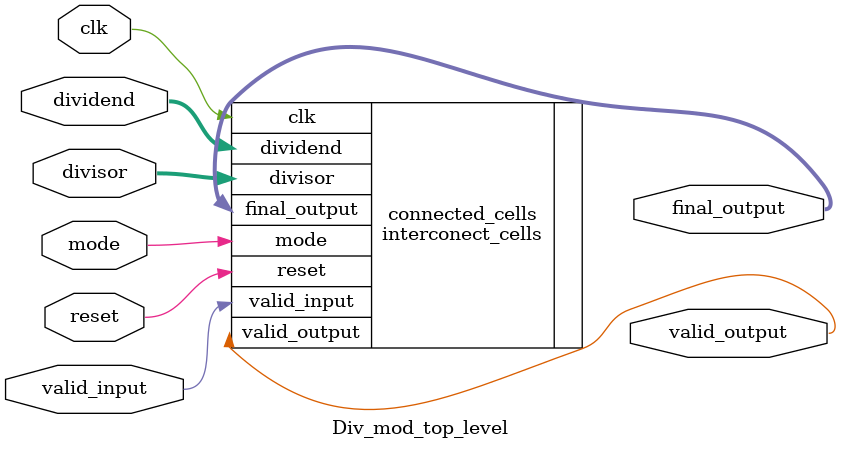
<source format=v>
module Div_mod_top_level(
	clk,
	reset,
	divisor,
	dividend,
	mode,
	valid_input,
	valid_output,
	final_output
);

	input signed [31:0] dividend;
	input signed [15:0] divisor;

	input clk, reset;
	input valid_input, mode;

	output valid_output;
	output signed [16:0] final_output;

	interconect_cells connected_cells 
	(
		.clk(clk) ,
		.reset(reset) ,
		.divisor(divisor),
		.dividend(dividend),
		.mode(mode),
		.valid_input(valid_input),
		.valid_output(valid_output),
		.final_output(final_output)
	);


endmodule // Div_mod_top_level
</source>
